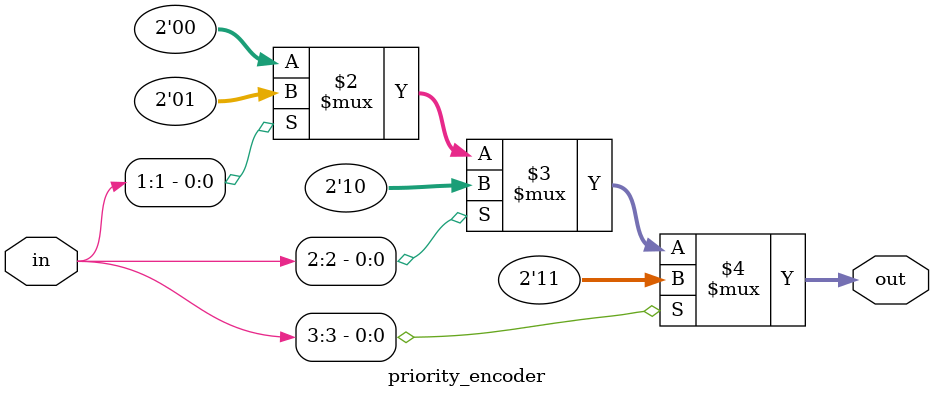
<source format=v>
`timescale 1ns / 1ps


module priority_encoder(input [3:0] in, output [1:0] out);
  assign out = in[3] ? 2'b11 :
               in[2] ? 2'b10 :
               in[1] ? 2'b01 :
               in[0] ? 2'b00 : 2'b00;
endmodule


</source>
